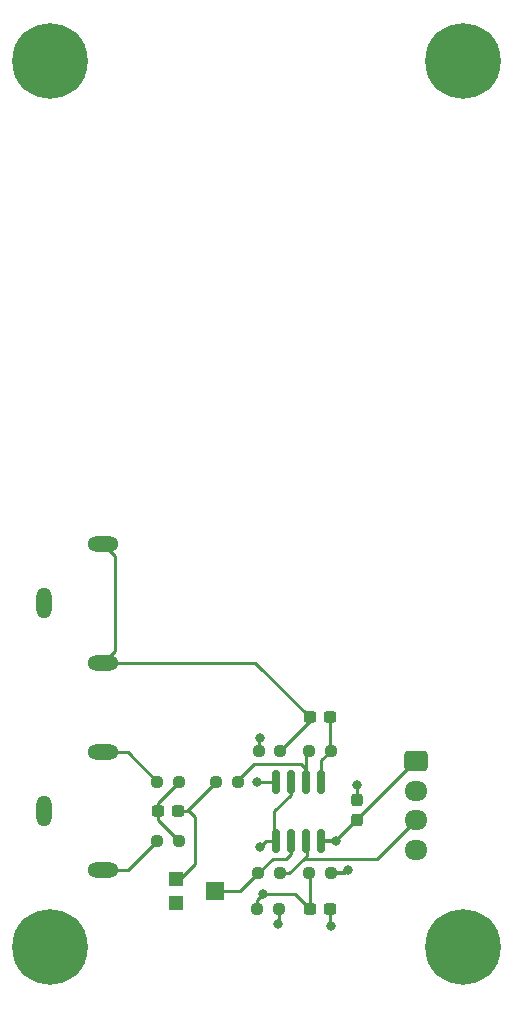
<source format=gtl>
G04 #@! TF.GenerationSoftware,KiCad,Pcbnew,(6.0.0)*
G04 #@! TF.CreationDate,2022-04-12T03:55:14+02:00*
G04 #@! TF.ProjectId,input_stage,696e7075-745f-4737-9461-67652e6b6963,rev?*
G04 #@! TF.SameCoordinates,Original*
G04 #@! TF.FileFunction,Copper,L1,Top*
G04 #@! TF.FilePolarity,Positive*
%FSLAX46Y46*%
G04 Gerber Fmt 4.6, Leading zero omitted, Abs format (unit mm)*
G04 Created by KiCad (PCBNEW (6.0.0)) date 2022-04-12 03:55:14*
%MOMM*%
%LPD*%
G01*
G04 APERTURE LIST*
G04 Aperture macros list*
%AMRoundRect*
0 Rectangle with rounded corners*
0 $1 Rounding radius*
0 $2 $3 $4 $5 $6 $7 $8 $9 X,Y pos of 4 corners*
0 Add a 4 corners polygon primitive as box body*
4,1,4,$2,$3,$4,$5,$6,$7,$8,$9,$2,$3,0*
0 Add four circle primitives for the rounded corners*
1,1,$1+$1,$2,$3*
1,1,$1+$1,$4,$5*
1,1,$1+$1,$6,$7*
1,1,$1+$1,$8,$9*
0 Add four rect primitives between the rounded corners*
20,1,$1+$1,$2,$3,$4,$5,0*
20,1,$1+$1,$4,$5,$6,$7,0*
20,1,$1+$1,$6,$7,$8,$9,0*
20,1,$1+$1,$8,$9,$2,$3,0*%
G04 Aperture macros list end*
G04 #@! TA.AperFunction,SMDPad,CuDef*
%ADD10R,1.200000X1.200000*%
G04 #@! TD*
G04 #@! TA.AperFunction,SMDPad,CuDef*
%ADD11R,1.500000X1.600000*%
G04 #@! TD*
G04 #@! TA.AperFunction,SMDPad,CuDef*
%ADD12RoundRect,0.237500X-0.250000X-0.237500X0.250000X-0.237500X0.250000X0.237500X-0.250000X0.237500X0*%
G04 #@! TD*
G04 #@! TA.AperFunction,SMDPad,CuDef*
%ADD13RoundRect,0.237500X0.300000X0.237500X-0.300000X0.237500X-0.300000X-0.237500X0.300000X-0.237500X0*%
G04 #@! TD*
G04 #@! TA.AperFunction,SMDPad,CuDef*
%ADD14RoundRect,0.237500X0.237500X-0.300000X0.237500X0.300000X-0.237500X0.300000X-0.237500X-0.300000X0*%
G04 #@! TD*
G04 #@! TA.AperFunction,ComponentPad*
%ADD15O,1.308000X2.616000*%
G04 #@! TD*
G04 #@! TA.AperFunction,ComponentPad*
%ADD16O,2.616000X1.308000*%
G04 #@! TD*
G04 #@! TA.AperFunction,SMDPad,CuDef*
%ADD17RoundRect,0.237500X-0.300000X-0.237500X0.300000X-0.237500X0.300000X0.237500X-0.300000X0.237500X0*%
G04 #@! TD*
G04 #@! TA.AperFunction,SMDPad,CuDef*
%ADD18RoundRect,0.150000X-0.150000X0.825000X-0.150000X-0.825000X0.150000X-0.825000X0.150000X0.825000X0*%
G04 #@! TD*
G04 #@! TA.AperFunction,ComponentPad*
%ADD19RoundRect,0.250000X-0.725000X0.600000X-0.725000X-0.600000X0.725000X-0.600000X0.725000X0.600000X0*%
G04 #@! TD*
G04 #@! TA.AperFunction,ComponentPad*
%ADD20O,1.950000X1.700000*%
G04 #@! TD*
G04 #@! TA.AperFunction,ComponentPad*
%ADD21C,6.400000*%
G04 #@! TD*
G04 #@! TA.AperFunction,SMDPad,CuDef*
%ADD22RoundRect,0.237500X0.250000X0.237500X-0.250000X0.237500X-0.250000X-0.237500X0.250000X-0.237500X0*%
G04 #@! TD*
G04 #@! TA.AperFunction,ViaPad*
%ADD23C,0.800000*%
G04 #@! TD*
G04 #@! TA.AperFunction,Conductor*
%ADD24C,0.250000*%
G04 #@! TD*
G04 #@! TA.AperFunction,Conductor*
%ADD25C,0.304800*%
G04 #@! TD*
G04 APERTURE END LIST*
D10*
X94450000Y-118500000D03*
X94450000Y-120500000D03*
D11*
X97700000Y-119500000D03*
D12*
X101425000Y-107600000D03*
X103250000Y-107600000D03*
D13*
X107450000Y-104750000D03*
X105725000Y-104750000D03*
D14*
X109750000Y-113500000D03*
X109750000Y-111775000D03*
D12*
X107500000Y-107600000D03*
X105675000Y-107600000D03*
D15*
X83250000Y-95150000D03*
D16*
X88250000Y-100150000D03*
X88250000Y-90150000D03*
D12*
X103187500Y-118000000D03*
X101362500Y-118000000D03*
X94662500Y-115250000D03*
X92837500Y-115250000D03*
X103100000Y-121000000D03*
X101275000Y-121000000D03*
D17*
X94612500Y-112750000D03*
X92887500Y-112750000D03*
X107475000Y-121000000D03*
X105750000Y-121000000D03*
D12*
X94662500Y-110250000D03*
X92837500Y-110250000D03*
X99662500Y-110250000D03*
X97837500Y-110250000D03*
D18*
X106655000Y-115225000D03*
X105385000Y-115225000D03*
X104115000Y-115225000D03*
X102845000Y-115225000D03*
X102845000Y-110275000D03*
X104115000Y-110275000D03*
X105385000Y-110275000D03*
X106655000Y-110275000D03*
D19*
X114717500Y-108500000D03*
D20*
X114717500Y-111000000D03*
X114717500Y-113500000D03*
X114717500Y-116000000D03*
D21*
X83750000Y-49250000D03*
X83750000Y-124250000D03*
D22*
X105700000Y-118000000D03*
X107525000Y-118000000D03*
D15*
X83250000Y-112732500D03*
D16*
X88250000Y-117732500D03*
X88250000Y-107732500D03*
D21*
X118750000Y-49250000D03*
X118750000Y-124250000D03*
D23*
X101500000Y-106500000D03*
X109750000Y-110500000D03*
X107992500Y-115225000D03*
X109000000Y-117750000D03*
X101775000Y-119750000D03*
X101500000Y-115750000D03*
X103025000Y-122250000D03*
X101250000Y-110250000D03*
X107525000Y-122500000D03*
D24*
X95500000Y-112750000D02*
X94612500Y-112750000D01*
X96000000Y-113250000D02*
X95500000Y-112750000D01*
X96000000Y-117250000D02*
X96000000Y-113250000D01*
X94750000Y-118500000D02*
X96000000Y-117250000D01*
X99862500Y-119500000D02*
X101362500Y-118000000D01*
X98000000Y-119500000D02*
X99862500Y-119500000D01*
X101125000Y-100150000D02*
X88250000Y-100150000D01*
X105725000Y-104750000D02*
X101125000Y-100150000D01*
X101425000Y-106575000D02*
X101500000Y-106500000D01*
X101425000Y-107600000D02*
X101425000Y-106575000D01*
X105725000Y-105125000D02*
X103250000Y-107600000D01*
X105725000Y-104750000D02*
X105725000Y-105125000D01*
X107450000Y-107550000D02*
X107500000Y-107600000D01*
X107450000Y-104750000D02*
X107450000Y-107550000D01*
X105385000Y-107890000D02*
X105675000Y-107600000D01*
X105385000Y-110275000D02*
X105385000Y-107890000D01*
X106655000Y-108445000D02*
X107500000Y-107600000D01*
X106655000Y-110275000D02*
X106655000Y-108445000D01*
X109750000Y-111775000D02*
X109750000Y-110500000D01*
D25*
X108750000Y-118000000D02*
X109000000Y-117750000D01*
X107525000Y-118000000D02*
X108750000Y-118000000D01*
X107992500Y-115225000D02*
X114717500Y-108500000D01*
X106655000Y-115225000D02*
X107992500Y-115225000D01*
D24*
X111467500Y-116750000D02*
X114717500Y-113500000D01*
X105250000Y-116750000D02*
X111467500Y-116750000D01*
X105250000Y-116750000D02*
X105500000Y-116500000D01*
X104000000Y-118000000D02*
X105250000Y-116750000D01*
X102025000Y-115225000D02*
X101500000Y-115750000D01*
X102845000Y-115225000D02*
X102025000Y-115225000D01*
X104115000Y-116385000D02*
X104115000Y-115225000D01*
X103750000Y-116750000D02*
X104115000Y-116385000D01*
X102612500Y-116750000D02*
X103750000Y-116750000D01*
X101362500Y-118000000D02*
X102612500Y-116750000D01*
X105500000Y-115340000D02*
X105385000Y-115225000D01*
X105500000Y-116500000D02*
X105500000Y-115340000D01*
X103187500Y-118000000D02*
X104000000Y-118000000D01*
X92887500Y-113475000D02*
X94662500Y-115250000D01*
X92887500Y-112750000D02*
X92887500Y-113475000D01*
X94612500Y-112750000D02*
X95337500Y-112750000D01*
X95337500Y-112750000D02*
X97837500Y-110250000D01*
X90355000Y-117732500D02*
X88250000Y-117732500D01*
X92837500Y-115250000D02*
X90355000Y-117732500D01*
X90320000Y-107732500D02*
X88250000Y-107732500D01*
X92837500Y-110250000D02*
X90320000Y-107732500D01*
X89224521Y-91124521D02*
X88250000Y-90150000D01*
X89224521Y-99175479D02*
X89224521Y-91124521D01*
X88250000Y-100150000D02*
X89224521Y-99175479D01*
X105750000Y-118050000D02*
X105700000Y-118000000D01*
X101775000Y-119750000D02*
X104500000Y-119750000D01*
X101275000Y-121000000D02*
X101275000Y-120250000D01*
X105750000Y-121000000D02*
X105750000Y-118050000D01*
X101275000Y-120250000D02*
X101775000Y-119750000D01*
X104500000Y-119750000D02*
X105750000Y-121000000D01*
X102750000Y-112750000D02*
X102750000Y-115380000D01*
X104115000Y-111385000D02*
X102750000Y-112750000D01*
X104115000Y-110525000D02*
X104115000Y-111385000D01*
X103100000Y-121000000D02*
X103100000Y-122175000D01*
X102845000Y-110250000D02*
X101275000Y-110250000D01*
X103100000Y-122175000D02*
X103025000Y-122250000D01*
X107475000Y-121000000D02*
X107475000Y-122450000D01*
X107475000Y-122450000D02*
X107525000Y-122500000D01*
X92887500Y-112750000D02*
X92887500Y-112025000D01*
X92887500Y-112025000D02*
X94662500Y-110250000D01*
X99662500Y-110087500D02*
X101000000Y-108750000D01*
X101000000Y-108750000D02*
X105000000Y-108750000D01*
X105385000Y-109135000D02*
X105385000Y-110525000D01*
X99662500Y-110250000D02*
X99662500Y-110087500D01*
X105000000Y-108750000D02*
X105385000Y-109135000D01*
M02*

</source>
